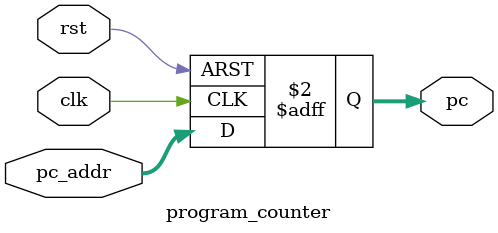
<source format=v>
module program_counter (
	input [31:0] pc_addr,
 	input clk,
 	input rst,
 	output reg [31:0] pc
); 
	
	always @(posedge clk or posedge rst) begin
		if (rst)
			pc <= 0; 
		else
			pc <= pc_addr; 
	end

endmodule
</source>
